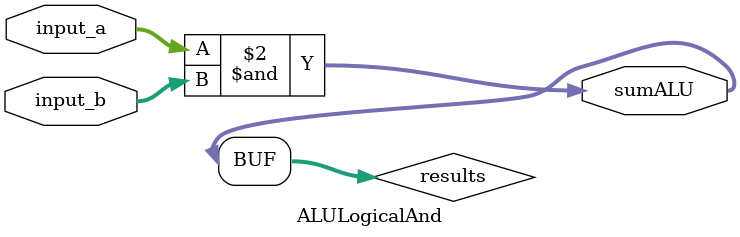
<source format=v>
module ALULogicalAnd (
	input [31:0] input_a, input_b,
	output [31:0] sumALU,
	);
	
	reg [31:0] results;
	assign sumALU = results;
	
	
	always @(*)
	begin
		 //Logical and 
           results = input_a & input_b;
          
	end
	
endmodule
		
		
	
</source>
